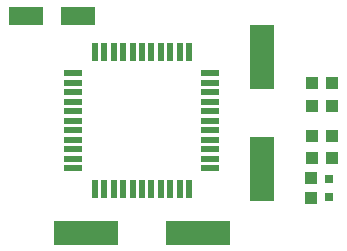
<source format=gbr>
G04 EAGLE Gerber RS-274X export*
G75*
%MOMM*%
%FSLAX34Y34*%
%LPD*%
%INSolderpaste Top*%
%IPPOS*%
%AMOC8*
5,1,8,0,0,1.08239X$1,22.5*%
G01*
%ADD10R,2.000000X5.500000*%
%ADD11R,1.500000X0.500000*%
%ADD12R,0.500000X1.500000*%
%ADD13R,3.000000X1.600000*%
%ADD14R,1.050000X1.080000*%
%ADD15R,1.000000X1.100000*%
%ADD16R,5.500000X2.000000*%
%ADD17R,0.800000X0.800000*%
%ADD18R,1.100000X1.000000*%


D10*
X234950Y85850D03*
X234950Y180850D03*
D11*
X75350Y167000D03*
X75350Y159000D03*
X75350Y151000D03*
X75350Y143000D03*
X75350Y135000D03*
X75350Y127000D03*
X75350Y119000D03*
X75350Y111000D03*
X75350Y103000D03*
X75350Y95000D03*
X75350Y87000D03*
D12*
X93350Y69000D03*
X101350Y69000D03*
X109350Y69000D03*
X117350Y69000D03*
X125350Y69000D03*
X133350Y69000D03*
X141350Y69000D03*
X149350Y69000D03*
X157350Y69000D03*
X165350Y69000D03*
X173350Y69000D03*
D11*
X191350Y87000D03*
X191350Y95000D03*
X191350Y103000D03*
X191350Y111000D03*
X191350Y119000D03*
X191350Y127000D03*
X191350Y135000D03*
X191350Y143000D03*
X191350Y151000D03*
X191350Y159000D03*
X191350Y167000D03*
D12*
X173350Y185000D03*
X165350Y185000D03*
X157350Y185000D03*
X149350Y185000D03*
X141350Y185000D03*
X133350Y185000D03*
X125350Y185000D03*
X117350Y185000D03*
X109350Y185000D03*
X101350Y185000D03*
X93350Y185000D03*
D13*
X79150Y215900D03*
X35150Y215900D03*
D14*
X277000Y158750D03*
X294500Y158750D03*
X277000Y95250D03*
X294500Y95250D03*
D15*
X294250Y114300D03*
X277250Y114300D03*
X294250Y139700D03*
X277250Y139700D03*
D16*
X85850Y31750D03*
X180850Y31750D03*
D17*
X292100Y62350D03*
X292100Y77350D03*
D18*
X276225Y61350D03*
X276225Y78350D03*
M02*

</source>
